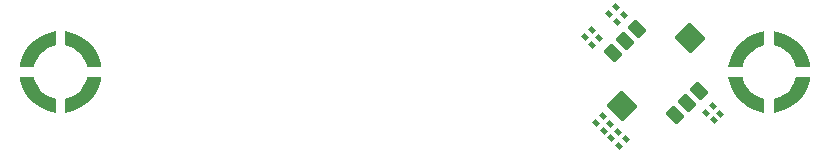
<source format=gtp>
G04*
G04 #@! TF.GenerationSoftware,Altium Limited,Altium Designer,22.10.1 (41)*
G04*
G04 Layer_Color=8421504*
%FSLAX43Y43*%
%MOMM*%
G71*
G04*
G04 #@! TF.SameCoordinates,A06D47DE-3B52-4099-82B1-BC196321E02B*
G04*
G04*
G04 #@! TF.FilePolarity,Positive*
G04*
G01*
G75*
G04:AMPARAMS|DCode=12|XSize=0.48mm|YSize=0.38mm|CornerRadius=0mm|HoleSize=0mm|Usage=FLASHONLY|Rotation=135.000|XOffset=0mm|YOffset=0mm|HoleType=Round|Shape=Rectangle|*
%AMROTATEDRECTD12*
4,1,4,0.304,-0.035,0.035,-0.304,-0.304,0.035,-0.035,0.304,0.304,-0.035,0.0*
%
%ADD12ROTATEDRECTD12*%

G04:AMPARAMS|DCode=13|XSize=2mm|YSize=1.8mm|CornerRadius=0.045mm|HoleSize=0mm|Usage=FLASHONLY|Rotation=315.000|XOffset=0mm|YOffset=0mm|HoleType=Round|Shape=RoundedRectangle|*
%AMROUNDEDRECTD13*
21,1,2.000,1.710,0,0,315.0*
21,1,1.910,1.800,0,0,315.0*
1,1,0.090,0.071,-1.280*
1,1,0.090,-1.280,0.071*
1,1,0.090,-0.071,1.280*
1,1,0.090,1.280,-0.071*
%
%ADD13ROUNDEDRECTD13*%
G04:AMPARAMS|DCode=14|XSize=1.35mm|YSize=1mm|CornerRadius=0.05mm|HoleSize=0mm|Usage=FLASHONLY|Rotation=315.000|XOffset=0mm|YOffset=0mm|HoleType=Round|Shape=RoundedRectangle|*
%AMROUNDEDRECTD14*
21,1,1.350,0.900,0,0,315.0*
21,1,1.250,1.000,0,0,315.0*
1,1,0.100,0.124,-0.760*
1,1,0.100,-0.760,0.124*
1,1,0.100,-0.124,0.760*
1,1,0.100,0.760,-0.124*
%
%ADD14ROUNDEDRECTD14*%
G36*
X2750Y7100D02*
X2787Y6930D01*
X2899Y6601D01*
X3060Y6292D01*
X3266Y6012D01*
X3512Y5766D01*
X3792Y5560D01*
X4101Y5399D01*
X4430Y5287D01*
X4600Y5250D01*
D01*
X4600D01*
X4600Y4050D01*
X4310Y4084D01*
X3751Y4246D01*
X3226Y4500D01*
X2750Y4838D01*
X2338Y5250D01*
X2000Y5726D01*
X1746Y6250D01*
X1584Y6810D01*
X1550Y7100D01*
X1550Y7100D01*
X2750Y7100D01*
D02*
G37*
G36*
X4600Y9750D02*
X4430Y9713D01*
X4101Y9601D01*
X3792Y9440D01*
X3512Y9234D01*
X3266Y8988D01*
X3060Y8708D01*
X2899Y8399D01*
X2787Y8070D01*
X2750Y7900D01*
Y7900D01*
Y7900D01*
X1550D01*
X1584Y8190D01*
X1746Y8749D01*
X2000Y9274D01*
X2338Y9750D01*
X2750Y10162D01*
X3226Y10500D01*
X3750Y10754D01*
X4310Y10916D01*
X4600Y10950D01*
X4600D01*
X4600Y9750D01*
D02*
G37*
G36*
X5400Y5250D02*
X5570Y5287D01*
X5899Y5399D01*
X6208Y5560D01*
X6488Y5766D01*
X6734Y6012D01*
X6940Y6292D01*
X7101Y6601D01*
X7213Y6930D01*
X7250Y7100D01*
X7250D01*
Y7100D01*
X8450Y7100D01*
X8416Y6810D01*
X8254Y6251D01*
X8000Y5726D01*
X7662Y5250D01*
X7250Y4838D01*
X6774Y4500D01*
X6250Y4246D01*
X5690Y4084D01*
X5400Y4050D01*
Y4050D01*
X5400Y5250D01*
D02*
G37*
G36*
X7250Y7900D02*
X7213Y8070D01*
X7101Y8399D01*
X6940Y8708D01*
X6734Y8988D01*
X6488Y9234D01*
X6208Y9440D01*
X5899Y9601D01*
X5570Y9713D01*
X5400Y9750D01*
X5400Y9750D01*
X5400D01*
Y10950D01*
X5690Y10916D01*
X6249Y10754D01*
X6774Y10500D01*
X7250Y10162D01*
X7662Y9750D01*
X8000Y9274D01*
X8254Y8750D01*
X8416Y8190D01*
X8450Y7900D01*
D01*
X7250Y7900D01*
D02*
G37*
G36*
X62750Y7100D02*
X62787Y6930D01*
X62899Y6601D01*
X63060Y6292D01*
X63266Y6012D01*
X63512Y5766D01*
X63792Y5560D01*
X64101Y5399D01*
X64430Y5287D01*
X64600Y5250D01*
D01*
X64600D01*
X64600Y4050D01*
X64310Y4084D01*
X63751Y4246D01*
X63226Y4500D01*
X62750Y4838D01*
X62338Y5250D01*
X62000Y5726D01*
X61746Y6250D01*
X61584Y6810D01*
X61550Y7100D01*
X61550Y7100D01*
X62750Y7100D01*
D02*
G37*
G36*
X64600Y9750D02*
X64430Y9713D01*
X64101Y9601D01*
X63792Y9440D01*
X63512Y9234D01*
X63266Y8988D01*
X63060Y8708D01*
X62899Y8399D01*
X62787Y8070D01*
X62750Y7900D01*
Y7900D01*
Y7900D01*
X61550D01*
X61584Y8190D01*
X61746Y8749D01*
X62000Y9274D01*
X62338Y9750D01*
X62750Y10162D01*
X63225Y10500D01*
X63750Y10754D01*
X64310Y10916D01*
X64600Y10950D01*
X64600D01*
X64600Y9750D01*
D02*
G37*
G36*
X65400Y5250D02*
X65570Y5287D01*
X65899Y5399D01*
X66208Y5560D01*
X66488Y5766D01*
X66734Y6012D01*
X66940Y6292D01*
X67101Y6601D01*
X67213Y6930D01*
X67250Y7100D01*
X67250D01*
Y7100D01*
X68450Y7100D01*
X68416Y6810D01*
X68254Y6251D01*
X68000Y5726D01*
X67662Y5250D01*
X67250Y4838D01*
X66774Y4500D01*
X66250Y4246D01*
X65690Y4084D01*
X65400Y4050D01*
Y4050D01*
X65400Y5250D01*
D02*
G37*
G36*
X67250Y7900D02*
X67213Y8070D01*
X67101Y8399D01*
X66940Y8708D01*
X66734Y8988D01*
X66488Y9234D01*
X66208Y9440D01*
X65899Y9601D01*
X65570Y9713D01*
X65400Y9750D01*
X65400Y9750D01*
X65400D01*
Y10950D01*
X65690Y10916D01*
X66249Y10754D01*
X66774Y10500D01*
X67250Y10162D01*
X67662Y9750D01*
X68000Y9274D01*
X68254Y8750D01*
X68416Y8190D01*
X68450Y7900D01*
D01*
X67250Y7900D01*
D02*
G37*
D12*
X60879Y3979D02*
D03*
X60321Y3421D02*
D03*
X52679Y12329D02*
D03*
X52121Y11771D02*
D03*
X52021Y12971D02*
D03*
X51462Y12412D02*
D03*
X60229Y4629D02*
D03*
X59671Y4071D02*
D03*
X50579Y10379D02*
D03*
X50021Y9821D02*
D03*
X49972Y11021D02*
D03*
X49413Y10462D02*
D03*
X52861Y1817D02*
D03*
X52302Y1258D02*
D03*
X52209Y2459D02*
D03*
X51650Y1900D02*
D03*
X51559Y3109D02*
D03*
X51000Y2550D02*
D03*
X50909Y3759D02*
D03*
X50350Y3200D02*
D03*
D13*
X52566Y4636D02*
D03*
X58294Y10364D02*
D03*
D14*
X57056Y3858D02*
D03*
X58064Y4866D02*
D03*
X59072Y5874D02*
D03*
X51788Y9126D02*
D03*
X52796Y10134D02*
D03*
X53804Y11142D02*
D03*
M02*

</source>
